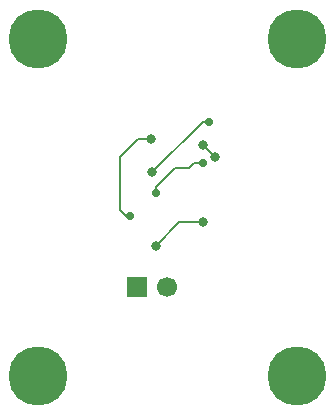
<source format=gbr>
%TF.GenerationSoftware,KiCad,Pcbnew,9.0.6*%
%TF.CreationDate,2025-11-07T23:12:57+00:00*%
%TF.ProjectId,DrawSchematic,44726177-5363-4686-956d-617469632e6b,rev?*%
%TF.SameCoordinates,Original*%
%TF.FileFunction,Copper,L2,Bot*%
%TF.FilePolarity,Positive*%
%FSLAX46Y46*%
G04 Gerber Fmt 4.6, Leading zero omitted, Abs format (unit mm)*
G04 Created by KiCad (PCBNEW 9.0.6) date 2025-11-07 23:12:57*
%MOMM*%
%LPD*%
G01*
G04 APERTURE LIST*
%TA.AperFunction,ComponentPad*%
%ADD10C,5.000000*%
%TD*%
%TA.AperFunction,ComponentPad*%
%ADD11R,1.700000X1.700000*%
%TD*%
%TA.AperFunction,ComponentPad*%
%ADD12C,1.700000*%
%TD*%
%TA.AperFunction,ViaPad*%
%ADD13C,0.800000*%
%TD*%
%TA.AperFunction,ViaPad*%
%ADD14C,0.700000*%
%TD*%
%TA.AperFunction,Conductor*%
%ADD15C,0.200000*%
%TD*%
G04 APERTURE END LIST*
D10*
%TO.P,H2,1,1*%
%TO.N,GND*%
X156500000Y-83500000D03*
%TD*%
%TO.P,H3,1,1*%
%TO.N,GND*%
X156500000Y-112000000D03*
%TD*%
%TO.P,H4,1,1*%
%TO.N,GND*%
X134500000Y-112000000D03*
%TD*%
D11*
%TO.P,J1,1,Pin_1*%
%TO.N,VCC*%
X142960000Y-104500000D03*
D12*
%TO.P,J1,2,Pin_2*%
%TO.N,GND*%
X145500000Y-104500000D03*
%TD*%
D10*
%TO.P,H1,1,1*%
%TO.N,GND*%
X134500000Y-83500000D03*
%TD*%
D13*
%TO.N,Net-(U1-CV)*%
X148500000Y-92500000D03*
D14*
%TO.N,TRG*%
X142300000Y-98465000D03*
D13*
X144138201Y-91979955D03*
%TO.N,VCC*%
X148500000Y-99000000D03*
X144500000Y-101000000D03*
%TO.N,Net-(U1-CV)*%
X149500000Y-93500000D03*
D14*
%TO.N,Net-(D1-A)*%
X144500000Y-96500000D03*
X148500000Y-94000000D03*
%TO.N,DIS*%
X149000000Y-90500000D03*
D13*
X144215735Y-94784265D03*
%TD*%
D15*
%TO.N,TRG*%
X141524000Y-93476000D02*
X143020045Y-91979955D01*
X141524000Y-97989000D02*
X141524000Y-93476000D01*
X142000000Y-98465000D02*
X141524000Y-97989000D01*
X142300000Y-98465000D02*
X142000000Y-98465000D01*
X143020045Y-91979955D02*
X144138201Y-91979955D01*
%TO.N,Net-(D1-A)*%
X148497375Y-94002625D02*
X148500000Y-94000000D01*
X147312625Y-94400000D02*
X147710000Y-94002625D01*
X147710000Y-94002625D02*
X148497375Y-94002625D01*
X144500000Y-96500000D02*
X144500000Y-96000000D01*
X146100000Y-94400000D02*
X147312625Y-94400000D01*
X144500000Y-96000000D02*
X146100000Y-94400000D01*
%TO.N,DIS*%
X148500000Y-90500000D02*
X144215735Y-94784265D01*
X149000000Y-90500000D02*
X148500000Y-90500000D01*
%TO.N,Net-(U1-CV)*%
X148500000Y-92500000D02*
X149500000Y-93500000D01*
%TO.N,VCC*%
X146500000Y-99000000D02*
X144500000Y-101000000D01*
X148500000Y-99000000D02*
X146500000Y-99000000D01*
%TD*%
M02*

</source>
